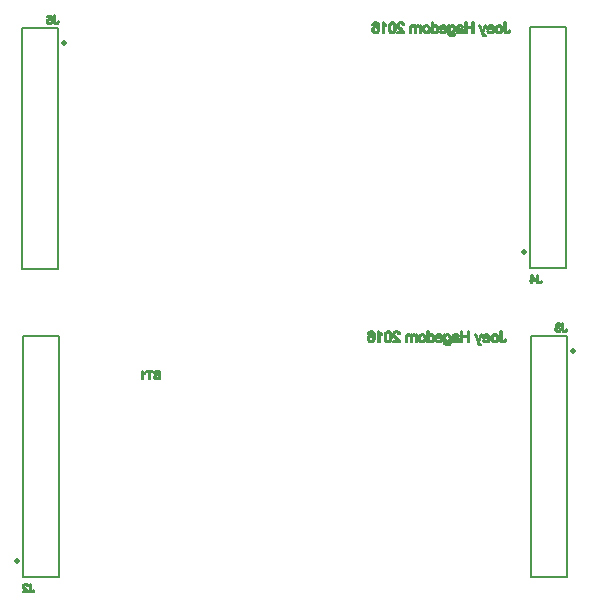
<source format=gbo>
%FSLAX33Y33*%
%MOMM*%
%ADD10C,0.2032*%
%ADD11C,0.15*%
%ADD12C,0.5*%
%ADD13C,0.5*%
D10*
%LNbottom silkscreen_traces*%
%LNbottom silkscreen component 54125db77599e596*%
G01*
X13321Y19001D02*
X13321Y19001D01*
X13291Y19003*
X13263Y19007*
X13238Y19012*
X13216Y19019*
X13195Y19027*
X13177Y19037*
X13160Y19048*
X13145Y19061*
X13132Y19076*
X13119Y19094*
X13108Y19114*
X13099Y19136*
X13092Y19159*
X13088Y19183*
X13087Y19208*
X13089Y19238*
X13095Y19266*
X13106Y19292*
X13122Y19316*
X13141Y19337*
X13164Y19355*
X13191Y19369*
X13221Y19380*
X13222Y19381*
X13198Y19395*
X13177Y19410*
X13160Y19427*
X13146Y19447*
X13135Y19467*
X13128Y19488*
X13123Y19510*
X13121Y19533*
X13123Y19557*
X13128Y19581*
X13137Y19604*
X13149Y19627*
X13165Y19648*
X13183Y19666*
X13203Y19681*
X13227Y19694*
X13254Y19703*
X13284Y19710*
X13319Y19714*
X13358Y19715*
X13626Y19715*
X13626Y19001*
X13354Y19001*
X13321Y19001*
X13532Y19415D02*
X13532Y19415D01*
X13377Y19415*
X13348Y19416*
X13323Y19417*
X13303Y19420*
X13287Y19423*
X13270Y19430*
X13255Y19438*
X13243Y19447*
X13232Y19459*
X13224Y19472*
X13219Y19487*
X13215Y19503*
X13214Y19521*
X13215Y19539*
X13218Y19555*
X13224Y19570*
X13231Y19584*
X13241Y19597*
X13252Y19607*
X13265Y19615*
X13280Y19621*
X13299Y19626*
X13323Y19629*
X13353Y19631*
X13389Y19631*
X13532Y19631*
X13532Y19415*
X13532Y19084D02*
X13532Y19084D01*
X13354Y19084*
X13333Y19085*
X13315Y19085*
X13300Y19086*
X13289Y19088*
X13274Y19091*
X13259Y19096*
X13246Y19101*
X13235Y19107*
X13224Y19115*
X13215Y19124*
X13206Y19135*
X13199Y19147*
X13192Y19161*
X13188Y19175*
X13185Y19191*
X13184Y19208*
X13186Y19227*
X13190Y19245*
X13196Y19262*
X13205Y19277*
X13216Y19291*
X13229Y19302*
X13245Y19312*
X13262Y19319*
X13282Y19324*
X13306Y19328*
X13334Y19330*
X13367Y19331*
X13532Y19331*
X13532Y19084*
X12679Y19632D02*
X12679Y19632D01*
X12679Y19632*
X12443Y19632*
X12443Y19715*
X13009Y19715*
X13009Y19632*
X12774Y19632*
X12773Y19632*
X12773Y19001*
X12679Y19001*
X12679Y19632*
X12050Y19718D02*
X12050Y19718D01*
X12106Y19718*
X12119Y19695*
X12119Y19695*
X12137Y19671*
X12137Y19671*
X12158Y19647*
X12158Y19647*
X12184Y19623*
X12184Y19623*
X12213Y19599*
X12213Y19599*
X12244Y19577*
X12244Y19577*
X12277Y19557*
X12277Y19557*
X12313Y19539*
X12313Y19455*
X12292Y19463*
X12270Y19473*
X12246Y19486*
X12221Y19500*
X12197Y19515*
X12174Y19530*
X12155Y19545*
X12138Y19561*
X12137Y19560*
X12137Y19001*
X12050Y19001*
X12050Y19718*
%LNbottom silkscreen component bca8d065b4743895*%
D11*
X5020Y2295D02*
X5020Y22705D01*
X1980Y22705*
X1980Y2295*
X5020Y2295*
D10*
X2721Y0970D02*
X2721Y0970D01*
X2693Y0975*
X2666Y0983*
X2642Y0994*
X2620Y1008*
X2601Y1026*
X2585Y1046*
X2573Y1069*
X2563Y1096*
X2557Y1128*
X2553Y1166*
X2551Y1208*
X2551Y1695*
X2645Y1695*
X2645Y1203*
X2645Y1203*
X2646Y1174*
X2646Y1174*
X2647Y1149*
X2647Y1149*
X2650Y1129*
X2650Y1129*
X2655Y1113*
X2655Y1113*
X2661Y1100*
X2661Y1099*
X2669Y1088*
X2669Y1088*
X2679Y1077*
X2679Y1077*
X2691Y1068*
X2691Y1068*
X2704Y1061*
X2704Y1061*
X2719Y1056*
X2719Y1056*
X2735Y1053*
X2735Y1053*
X2752Y1052*
X2752Y1052*
X2775Y1054*
X2775Y1054*
X2796Y1059*
X2796Y1059*
X2813Y1069*
X2813Y1069*
X2828Y1082*
X2828Y1082*
X2841Y1101*
X2841Y1101*
X2850Y1126*
X2850Y1126*
X2856Y1157*
X2856Y1157*
X2859Y1194*
X2944Y1183*
X2942Y1133*
X2933Y1090*
X2918Y1053*
X2896Y1022*
X2868Y0999*
X2835Y0982*
X2796Y0972*
X2752Y0968*
X2721Y0970*
X1970Y1064D02*
X1970Y1064D01*
X2321Y1064*
X2321Y1064*
X2313Y1077*
X2313Y1077*
X2305Y1089*
X2305Y1089*
X2295Y1101*
X2295Y1101*
X2284Y1112*
X2284Y1112*
X2269Y1127*
X2269Y1127*
X2247Y1147*
X2247Y1147*
X2218Y1172*
X2218Y1172*
X2182Y1203*
X2138Y1240*
X2101Y1274*
X2071Y1303*
X2047Y1328*
X2028Y1351*
X2012Y1373*
X1999Y1395*
X1989Y1416*
X1981Y1437*
X1976Y1458*
X1972Y1479*
X1971Y1500*
X1975Y1540*
X1986Y1577*
X2005Y1611*
X2031Y1641*
X2064Y1666*
X2102Y1684*
X2145Y1695*
X2194Y1698*
X2242Y1695*
X2285Y1685*
X2323Y1669*
X2356Y1645*
X2383Y1616*
X2404Y1581*
X2418Y1539*
X2426Y1492*
X2336Y1483*
X2334Y1514*
X2334Y1514*
X2326Y1543*
X2326Y1543*
X2314Y1567*
X2314Y1567*
X2298Y1588*
X2298Y1588*
X2277Y1605*
X2277Y1605*
X2253Y1617*
X2253Y1617*
X2226Y1624*
X2226Y1624*
X2196Y1627*
X2196Y1627*
X2167Y1624*
X2167Y1624*
X2141Y1618*
X2141Y1617*
X2118Y1606*
X2118Y1606*
X2098Y1590*
X2098Y1590*
X2082Y1571*
X2082Y1571*
X2070Y1550*
X2070Y1550*
X2063Y1527*
X2063Y1527*
X2060Y1502*
X2060Y1502*
X2063Y1477*
X2063Y1477*
X2071Y1450*
X2071Y1450*
X2084Y1424*
X2084Y1424*
X2102Y1396*
X2102Y1396*
X2127Y1365*
X2127Y1365*
X2162Y1330*
X2162Y1330*
X2206Y1290*
X2206Y1290*
X2259Y1244*
X2259Y1244*
X2295Y1214*
X2326Y1186*
X2352Y1160*
X2374Y1136*
X2393Y1112*
X2409Y1089*
X2422Y1065*
X2432Y1041*
X2437Y1026*
X2440Y1011*
X2442Y0996*
X2442Y0981*
X1970Y0981*
X1970Y1064*
D12*
X1480Y3610D03*
%LNbottom silkscreen component abbcac8aa2df2ad2*%
D11*
X47980Y28455D02*
X47980Y48865D01*
X44940Y48865*
X44940Y28455*
X47980Y28455*
D10*
X45681Y27120D02*
X45681Y27120D01*
X45653Y27125*
X45626Y27133*
X45602Y27144*
X45580Y27158*
X45561Y27176*
X45545Y27196*
X45533Y27219*
X45523Y27246*
X45517Y27278*
X45513Y27316*
X45511Y27358*
X45511Y27845*
X45605Y27845*
X45605Y27353*
X45605Y27353*
X45606Y27324*
X45606Y27324*
X45607Y27299*
X45607Y27299*
X45610Y27279*
X45610Y27279*
X45615Y27263*
X45615Y27263*
X45621Y27250*
X45621Y27249*
X45629Y27238*
X45629Y27238*
X45639Y27227*
X45639Y27227*
X45651Y27218*
X45651Y27218*
X45664Y27211*
X45664Y27211*
X45679Y27206*
X45679Y27206*
X45695Y27203*
X45695Y27203*
X45712Y27202*
X45712Y27202*
X45735Y27204*
X45735Y27204*
X45756Y27209*
X45756Y27209*
X45773Y27219*
X45773Y27219*
X45788Y27232*
X45788Y27232*
X45801Y27251*
X45801Y27251*
X45810Y27276*
X45810Y27276*
X45816Y27307*
X45816Y27307*
X45819Y27344*
X45904Y27333*
X45902Y27283*
X45893Y27240*
X45878Y27203*
X45856Y27172*
X45828Y27149*
X45795Y27132*
X45756Y27122*
X45712Y27118*
X45681Y27120*
X45022Y27302D02*
X45022Y27302D01*
X45022Y27302*
X44926Y27302*
X44926Y27381*
X45022Y27381*
X45022Y27382*
X45022Y27845*
X45093Y27845*
X45420Y27382*
X45420Y27302*
X45110Y27302*
X45109Y27302*
X45109Y27131*
X45022Y27131*
X45022Y27302*
X45110Y27703D02*
X45110Y27703D01*
X45333Y27382*
X45110Y27382*
X45110Y27703*
D12*
X44440Y29770D03*
%LNbottom silkscreen component c71e0ad25ac2378d*%
D11*
X1940Y48765D02*
X1940Y28355D01*
X4980Y28355*
X4980Y48765*
X1940Y48765*
D10*
X4781Y49080D02*
X4781Y49080D01*
X4753Y49085*
X4726Y49093*
X4702Y49104*
X4680Y49118*
X4661Y49136*
X4645Y49156*
X4633Y49179*
X4623Y49206*
X4617Y49238*
X4613Y49276*
X4611Y49318*
X4611Y49805*
X4705Y49805*
X4705Y49313*
X4705Y49313*
X4706Y49284*
X4706Y49284*
X4707Y49259*
X4707Y49259*
X4710Y49239*
X4710Y49239*
X4715Y49223*
X4715Y49223*
X4721Y49210*
X4721Y49209*
X4729Y49198*
X4729Y49198*
X4739Y49187*
X4739Y49187*
X4751Y49178*
X4751Y49178*
X4764Y49171*
X4764Y49171*
X4779Y49166*
X4779Y49166*
X4795Y49163*
X4795Y49163*
X4812Y49162*
X4812Y49162*
X4835Y49164*
X4835Y49164*
X4856Y49169*
X4856Y49169*
X4873Y49179*
X4873Y49179*
X4888Y49192*
X4888Y49192*
X4901Y49211*
X4901Y49211*
X4910Y49236*
X4910Y49236*
X4916Y49267*
X4916Y49267*
X4919Y49304*
X5004Y49293*
X5002Y49243*
X4993Y49200*
X4978Y49163*
X4956Y49132*
X4928Y49109*
X4895Y49092*
X4856Y49082*
X4812Y49078*
X4781Y49080*
X4205Y49084D02*
X4205Y49084D01*
X4155Y49100*
X4111Y49127*
X4074Y49165*
X4049Y49202*
X4032Y49242*
X4021Y49286*
X4017Y49333*
X4021Y49381*
X4034Y49425*
X4054Y49465*
X4082Y49499*
X4116Y49528*
X4153Y49548*
X4195Y49560*
X4240Y49564*
X4275Y49561*
X4309Y49553*
X4342Y49539*
X4375Y49519*
X4375Y49519*
X4337Y49712*
X4336Y49713*
X4051Y49713*
X4051Y49796*
X4406Y49796*
X4475Y49429*
X4394Y49418*
X4383Y49433*
X4383Y49433*
X4371Y49446*
X4371Y49446*
X4356Y49458*
X4356Y49458*
X4340Y49468*
X4340Y49468*
X4322Y49477*
X4322Y49477*
X4304Y49483*
X4304Y49483*
X4284Y49486*
X4284Y49486*
X4263Y49487*
X4263Y49487*
X4230Y49485*
X4230Y49485*
X4201Y49477*
X4201Y49477*
X4175Y49463*
X4175Y49463*
X4152Y49444*
X4152Y49444*
X4134Y49420*
X4134Y49420*
X4120Y49392*
X4120Y49392*
X4112Y49361*
X4112Y49361*
X4110Y49325*
X4110Y49325*
X4112Y49287*
X4112Y49287*
X4121Y49253*
X4121Y49253*
X4134Y49224*
X4135Y49224*
X4154Y49198*
X4154Y49198*
X4177Y49177*
X4177Y49177*
X4203Y49162*
X4203Y49162*
X4231Y49153*
X4231Y49153*
X4262Y49150*
X4262Y49150*
X4287Y49152*
X4287Y49152*
X4311Y49158*
X4311Y49158*
X4332Y49169*
X4332Y49169*
X4352Y49184*
X4352Y49184*
X4369Y49203*
X4369Y49203*
X4383Y49226*
X4383Y49226*
X4393Y49254*
X4393Y49254*
X4400Y49285*
X4491Y49277*
X4483Y49235*
X4469Y49196*
X4448Y49162*
X4421Y49133*
X4388Y49109*
X4350Y49092*
X4308Y49082*
X4262Y49078*
X4205Y49084*
D13*
X5480Y47450D03*
%LNbottom silkscreen component 12bee7e14ac3c08e*%
D11*
X44980Y22705D02*
X44980Y2295D01*
X48020Y2295*
X48020Y22705*
X44980Y22705*
D10*
X47821Y23020D02*
X47821Y23020D01*
X47793Y23025*
X47766Y23033*
X47742Y23044*
X47720Y23058*
X47701Y23076*
X47685Y23096*
X47673Y23119*
X47663Y23146*
X47657Y23178*
X47653Y23216*
X47651Y23258*
X47651Y23745*
X47745Y23745*
X47745Y23253*
X47745Y23253*
X47746Y23224*
X47746Y23224*
X47747Y23199*
X47747Y23199*
X47750Y23179*
X47750Y23179*
X47755Y23163*
X47755Y23163*
X47761Y23150*
X47761Y23149*
X47769Y23138*
X47769Y23138*
X47779Y23127*
X47779Y23127*
X47791Y23118*
X47791Y23118*
X47804Y23111*
X47804Y23111*
X47819Y23106*
X47819Y23106*
X47835Y23103*
X47835Y23103*
X47852Y23102*
X47852Y23102*
X47875Y23104*
X47875Y23104*
X47896Y23109*
X47896Y23109*
X47913Y23119*
X47913Y23119*
X47928Y23132*
X47928Y23132*
X47941Y23151*
X47941Y23151*
X47950Y23176*
X47950Y23176*
X47956Y23207*
X47956Y23207*
X47959Y23244*
X48044Y23233*
X48042Y23183*
X48033Y23140*
X48018Y23103*
X47996Y23072*
X47968Y23049*
X47935Y23032*
X47896Y23022*
X47852Y23018*
X47821Y23020*
X47254Y23022D02*
X47254Y23022D01*
X47208Y23034*
X47167Y23054*
X47131Y23083*
X47101Y23117*
X47080Y23155*
X47067Y23196*
X47063Y23241*
X47065Y23275*
X47072Y23305*
X47083Y23332*
X47098Y23357*
X47117Y23378*
X47140Y23395*
X47166Y23408*
X47197Y23417*
X47197Y23418*
X47173Y23430*
X47154Y23444*
X47137Y23461*
X47123Y23479*
X47112Y23498*
X47104Y23519*
X47100Y23540*
X47098Y23563*
X47100Y23587*
X47104Y23610*
X47113Y23633*
X47124Y23655*
X47139Y23675*
X47156Y23694*
X47176Y23709*
X47199Y23723*
X47224Y23734*
X47251Y23742*
X47278Y23747*
X47307Y23748*
X47348Y23745*
X47385Y23736*
X47418Y23721*
X47449Y23700*
X47475Y23673*
X47495Y23641*
X47511Y23605*
X47522Y23564*
X47435Y23548*
X47428Y23578*
X47428Y23578*
X47419Y23604*
X47419Y23604*
X47406Y23626*
X47406Y23626*
X47391Y23645*
X47391Y23645*
X47373Y23659*
X47373Y23659*
X47352Y23669*
X47352Y23669*
X47330Y23675*
X47330Y23675*
X47305Y23677*
X47305Y23677*
X47280Y23675*
X47280Y23675*
X47258Y23669*
X47258Y23669*
X47238Y23659*
X47238Y23659*
X47220Y23645*
X47220Y23645*
X47206Y23628*
X47206Y23628*
X47196Y23609*
X47196Y23609*
X47189Y23588*
X47189Y23588*
X47187Y23565*
X47187Y23565*
X47190Y23536*
X47190Y23536*
X47199Y23511*
X47199Y23511*
X47213Y23491*
X47213Y23491*
X47232Y23474*
X47232Y23474*
X47256Y23461*
X47256Y23461*
X47280Y23452*
X47280Y23452*
X47306Y23446*
X47306Y23446*
X47334Y23445*
X47334Y23445*
X47337Y23445*
X47337Y23445*
X47340Y23445*
X47340Y23445*
X47344Y23445*
X47344Y23445*
X47348Y23445*
X47357Y23370*
X47340Y23374*
X47340Y23374*
X47324Y23377*
X47324Y23377*
X47309Y23379*
X47309Y23379*
X47296Y23379*
X47296Y23379*
X47266Y23377*
X47266Y23377*
X47240Y23369*
X47240Y23369*
X47216Y23357*
X47216Y23357*
X47195Y23340*
X47195Y23340*
X47177Y23319*
X47177Y23319*
X47165Y23295*
X47165Y23295*
X47158Y23269*
X47158Y23268*
X47155Y23239*
X47155Y23239*
X47158Y23209*
X47158Y23209*
X47166Y23181*
X47166Y23181*
X47179Y23156*
X47179Y23155*
X47198Y23133*
X47198Y23133*
X47221Y23114*
X47221Y23114*
X47246Y23100*
X47246Y23100*
X47273Y23092*
X47273Y23092*
X47303Y23090*
X47303Y23090*
X47328Y23092*
X47328Y23092*
X47351Y23098*
X47352Y23098*
X47373Y23108*
X47373Y23108*
X47392Y23123*
X47392Y23123*
X47409Y23142*
X47409Y23142*
X47423Y23166*
X47423Y23166*
X47435Y23196*
X47435Y23196*
X47444Y23230*
X47530Y23219*
X47523Y23176*
X47508Y23138*
X47487Y23104*
X47460Y23074*
X47427Y23049*
X47390Y23032*
X47349Y23021*
X47304Y23018*
X47254Y23022*
D13*
X48520Y21390D03*
%LNtext*%
D10*
X42600Y22147D02*
X42600Y22147D01*
X42564Y22153*
X42530Y22163*
X42499Y22178*
X42471Y22196*
X42447Y22218*
X42427Y22244*
X42412Y22273*
X42400Y22308*
X42391Y22348*
X42386Y22396*
X42384Y22450*
X42384Y23069*
X42503Y23069*
X42503Y22443*
X42503Y22443*
X42504Y22406*
X42504Y22406*
X42506Y22375*
X42506Y22375*
X42510Y22349*
X42510Y22349*
X42516Y22329*
X42516Y22329*
X42523Y22312*
X42523Y22312*
X42533Y22297*
X42533Y22297*
X42546Y22284*
X42546Y22283*
X42561Y22272*
X42561Y22272*
X42579Y22263*
X42579Y22263*
X42597Y22256*
X42597Y22256*
X42618Y22253*
X42618Y22253*
X42640Y22251*
X42640Y22251*
X42669Y22254*
X42669Y22254*
X42695Y22261*
X42695Y22261*
X42717Y22273*
X42717Y22273*
X42736Y22290*
X42736Y22290*
X42752Y22313*
X42752Y22313*
X42763Y22345*
X42763Y22345*
X42771Y22385*
X42771Y22385*
X42775Y22432*
X42883Y22418*
X42880Y22354*
X42869Y22299*
X42850Y22252*
X42822Y22214*
X42787Y22184*
X42745Y22162*
X42695Y22149*
X42639Y22145*
X42600Y22147*
X41892Y22148D02*
X41892Y22148D01*
X41851Y22156*
X41812Y22168*
X41775Y22186*
X41741Y22208*
X41711Y22234*
X41686Y22264*
X41664Y22299*
X41648Y22339*
X41636Y22385*
X41629Y22438*
X41626Y22499*
X41632Y22573*
X41648Y22638*
X41675Y22695*
X41712Y22744*
X41758Y22783*
X41811Y22811*
X41869Y22827*
X41934Y22833*
X41993Y22828*
X42047Y22815*
X42096Y22792*
X42141Y22760*
X42185Y22710*
X42217Y22648*
X42236Y22575*
X42242Y22489*
X42237Y22411*
X42221Y22342*
X42194Y22283*
X42157Y22234*
X42111Y22195*
X42059Y22168*
X42000Y22151*
X41934Y22146*
X41892Y22148*
X42128Y22489D02*
X42128Y22489D01*
X42125Y22430*
X42114Y22379*
X42097Y22335*
X42073Y22300*
X42044Y22272*
X42011Y22253*
X41974Y22241*
X41934Y22237*
X41894Y22241*
X41858Y22253*
X41825Y22272*
X41796Y22300*
X41772Y22336*
X41754Y22380*
X41744Y22432*
X41740Y22493*
X41744Y22550*
X41754Y22600*
X41772Y22643*
X41796Y22678*
X41825Y22706*
X41858Y22725*
X41894Y22737*
X41934Y22741*
X41974Y22737*
X42011Y22725*
X42044Y22706*
X42073Y22678*
X42097Y22643*
X42114Y22600*
X42125Y22549*
X42128Y22489*
X41164Y22149D02*
X41164Y22149D01*
X41114Y22160*
X41070Y22177*
X41030Y22201*
X40996Y22232*
X40968Y22268*
X40946Y22310*
X40929Y22357*
X41044Y22372*
X41057Y22339*
X41057Y22339*
X41074Y22311*
X41074Y22311*
X41092Y22287*
X41092Y22287*
X41113Y22269*
X41113Y22269*
X41136Y22255*
X41136Y22255*
X41161Y22244*
X41161Y22244*
X41188Y22238*
X41188Y22238*
X41218Y22236*
X41218Y22236*
X41257Y22240*
X41257Y22240*
X41294Y22251*
X41294Y22251*
X41326Y22269*
X41326Y22269*
X41356Y22294*
X41356Y22294*
X41380Y22326*
X41380Y22326*
X41399Y22365*
X41399Y22365*
X41411Y22410*
X41411Y22410*
X41417Y22461*
X41417Y22461*
X40926Y22461*
X40926Y22470*
X40926Y22478*
X40926Y22485*
X40926Y22491*
X40931Y22567*
X40946Y22635*
X40973Y22694*
X41009Y22743*
X41054Y22782*
X41105Y22810*
X41162Y22827*
X41225Y22833*
X41289Y22827*
X41348Y22810*
X41400Y22781*
X41446Y22741*
X41484Y22691*
X41510Y22631*
X41526Y22562*
X41532Y22484*
X41526Y22408*
X41510Y22341*
X41484Y22283*
X41447Y22234*
X41401Y22196*
X41348Y22168*
X41287Y22151*
X41218Y22146*
X41164Y22149*
X41411Y22553D02*
X41411Y22553D01*
X41043Y22553*
X41048Y22591*
X41057Y22625*
X41069Y22654*
X41085Y22677*
X41114Y22705*
X41146Y22726*
X41183Y22738*
X41223Y22742*
X41260Y22738*
X41294Y22729*
X41325Y22713*
X41353Y22690*
X41376Y22662*
X41393Y22630*
X41405Y22593*
X41411Y22553*
X40696Y21895D02*
X40696Y21895D01*
X40672Y21900*
X40650Y21908*
X40630Y21919*
X40612Y21934*
X40594Y21952*
X40577Y21974*
X40562Y22000*
X40550Y22024*
X40535Y22057*
X40519Y22099*
X40499Y22149*
X40249Y22818*
X40360Y22818*
X40500Y22435*
X40513Y22398*
X40525Y22360*
X40536Y22323*
X40546Y22284*
X40547Y22284*
X40558Y22324*
X40570Y22363*
X40582Y22400*
X40595Y22437*
X40732Y22818*
X40851Y22818*
X40601Y22159*
X40601Y22159*
X40605Y22150*
X40607Y22143*
X40610Y22136*
X40611Y22131*
X40611Y22131*
X40622Y22101*
X40622Y22101*
X40632Y22077*
X40632Y22077*
X40639Y22060*
X40639Y22060*
X40646Y22048*
X40646Y22048*
X40653Y22038*
X40653Y22038*
X40662Y22028*
X40662Y22028*
X40672Y22020*
X40672Y22020*
X40682Y22013*
X40682Y22013*
X40694Y22008*
X40694Y22008*
X40708Y22004*
X40709Y22004*
X40724Y22002*
X40724Y22002*
X40742Y22001*
X40742Y22001*
X40756Y22001*
X40756Y22001*
X40772Y22003*
X40772Y22003*
X40788Y22006*
X40788Y22006*
X40805Y22011*
X40793Y21907*
X40774Y21901*
X40756Y21897*
X40738Y21894*
X40722Y21893*
X40696Y21895*
X39070Y23069D02*
X39070Y23069D01*
X39189Y23069*
X39189Y22696*
X39190Y22695*
X39663Y22695*
X39663Y22696*
X39663Y23069*
X39782Y23069*
X39782Y22161*
X39663Y22161*
X39663Y22589*
X39663Y22589*
X39190Y22589*
X39189Y22589*
X39189Y22161*
X39070Y22161*
X39070Y23069*
X38664Y22147D02*
X38664Y22147D01*
X38633Y22151*
X38603Y22158*
X38573Y22167*
X38544Y22180*
X38515Y22197*
X38485Y22217*
X38454Y22242*
X38453Y22242*
X38450Y22219*
X38445Y22198*
X38439Y22178*
X38431Y22161*
X38316Y22161*
X38325Y22179*
X38325Y22179*
X38333Y22198*
X38333Y22199*
X38339Y22219*
X38339Y22219*
X38344Y22239*
X38344Y22239*
X38347Y22267*
X38347Y22267*
X38349Y22309*
X38349Y22309*
X38350Y22365*
X38350Y22365*
X38351Y22436*
X38351Y22436*
X38351Y22585*
X38351Y22619*
X38352Y22648*
X38354Y22671*
X38356Y22688*
X38362Y22710*
X38370Y22729*
X38380Y22747*
X38391Y22763*
X38405Y22778*
X38423Y22791*
X38444Y22803*
X38468Y22813*
X38497Y22822*
X38529Y22828*
X38565Y22832*
X38605Y22833*
X38646Y22831*
X38685Y22827*
X38721Y22820*
X38754Y22810*
X38785Y22797*
X38811Y22782*
X38834Y22764*
X38853Y22744*
X38869Y22720*
X38882Y22694*
X38893Y22664*
X38902Y22631*
X38793Y22616*
X38783Y22648*
X38783Y22648*
X38771Y22675*
X38771Y22676*
X38755Y22697*
X38755Y22697*
X38738Y22714*
X38738Y22714*
X38716Y22726*
X38716Y22726*
X38690Y22735*
X38690Y22735*
X38658Y22740*
X38658Y22740*
X38621Y22742*
X38621Y22742*
X38582Y22739*
X38582Y22739*
X38547Y22732*
X38547Y22732*
X38518Y22720*
X38518Y22720*
X38494Y22704*
X38494Y22704*
X38480Y22687*
X38480Y22687*
X38470Y22665*
X38470Y22665*
X38464Y22639*
X38464Y22639*
X38462Y22607*
X38462Y22607*
X38462Y22603*
X38462Y22603*
X38462Y22597*
X38462Y22597*
X38462Y22588*
X38462Y22588*
X38463Y22578*
X38463Y22578*
X38499Y22567*
X38499Y22567*
X38545Y22557*
X38545Y22557*
X38599Y22547*
X38599Y22547*
X38662Y22539*
X38662Y22539*
X38693Y22535*
X38720Y22531*
X38743Y22527*
X38761Y22522*
X38783Y22515*
X38804Y22507*
X38823Y22497*
X38841Y22486*
X38858Y22473*
X38874Y22458*
X38887Y22441*
X38899Y22422*
X38909Y22401*
X38915Y22380*
X38920Y22357*
X38921Y22334*
X38917Y22294*
X38906Y22259*
X38888Y22227*
X38863Y22199*
X38831Y22175*
X38792Y22159*
X38747Y22149*
X38696Y22146*
X38664Y22147*
X38463Y22491D02*
X38463Y22491D01*
X38497Y22479*
X38539Y22468*
X38588Y22458*
X38645Y22448*
X38677Y22443*
X38704Y22438*
X38726Y22432*
X38743Y22426*
X38756Y22419*
X38768Y22411*
X38778Y22401*
X38787Y22390*
X38794Y22377*
X38798Y22365*
X38801Y22351*
X38802Y22337*
X38800Y22315*
X38794Y22296*
X38783Y22278*
X38769Y22262*
X38750Y22249*
X38727Y22240*
X38700Y22234*
X38670Y22233*
X38638Y22234*
X38609Y22240*
X38581Y22248*
X38555Y22261*
X38531Y22276*
X38511Y22294*
X38495Y22315*
X38481Y22338*
X38473Y22359*
X38468Y22385*
X38464Y22415*
X38463Y22450*
X38463Y22491*
X37890Y21896D02*
X37890Y21896D01*
X37846Y21903*
X37806Y21914*
X37770Y21930*
X37739Y21951*
X37712Y21974*
X37689Y22001*
X37671Y22032*
X37658Y22069*
X37648Y22118*
X37642Y22178*
X37640Y22249*
X37640Y22818*
X37742Y22818*
X37742Y22739*
X37743Y22739*
X37783Y22780*
X37829Y22809*
X37879Y22827*
X37935Y22833*
X37977Y22830*
X38016Y22822*
X38053Y22809*
X38087Y22790*
X38117Y22766*
X38144Y22737*
X38167Y22704*
X38185Y22667*
X38200Y22626*
X38211Y22584*
X38217Y22539*
X38220Y22493*
X38215Y22427*
X38201Y22366*
X38178Y22310*
X38145Y22258*
X38104Y22216*
X38056Y22185*
X37999Y22167*
X37935Y22161*
X37883Y22166*
X37835Y22182*
X37792Y22209*
X37753Y22247*
X37753Y22247*
X37753Y22196*
X37753Y22196*
X37754Y22156*
X37754Y22156*
X37757Y22125*
X37757Y22125*
X37761Y22103*
X37761Y22103*
X37770Y22076*
X37770Y22076*
X37782Y22053*
X37782Y22053*
X37798Y22033*
X37798Y22033*
X37818Y22016*
X37818Y22016*
X37841Y22002*
X37841Y22002*
X37869Y21992*
X37869Y21992*
X37901Y21987*
X37901Y21987*
X37938Y21985*
X37938Y21985*
X37972Y21987*
X37972Y21987*
X38002Y21992*
X38002Y21992*
X38029Y22002*
X38029Y22002*
X38052Y22016*
X38052Y22016*
X38066Y22029*
X38066Y22029*
X38077Y22046*
X38077Y22046*
X38085Y22066*
X38085Y22066*
X38090Y22089*
X38197Y22105*
X38194Y22056*
X38181Y22012*
X38159Y21976*
X38127Y21946*
X38088Y21923*
X38044Y21906*
X37993Y21897*
X37937Y21893*
X37890Y21896*
X38105Y22501D02*
X38105Y22501D01*
X38102Y22441*
X38092Y22389*
X38076Y22346*
X38054Y22312*
X38026Y22286*
X37996Y22267*
X37962Y22256*
X37925Y22252*
X37888Y22256*
X37854Y22267*
X37823Y22286*
X37796Y22312*
X37773Y22345*
X37757Y22388*
X37747Y22438*
X37744Y22497*
X37747Y22554*
X37757Y22603*
X37774Y22645*
X37797Y22680*
X37826Y22707*
X37857Y22726*
X37890Y22737*
X37927Y22741*
X37963Y22737*
X37996Y22726*
X38026Y22707*
X38053Y22681*
X38076Y22647*
X38092Y22605*
X38102Y22557*
X38105Y22501*
X37140Y22149D02*
X37140Y22149D01*
X37090Y22160*
X37046Y22177*
X37006Y22201*
X36972Y22232*
X36944Y22268*
X36922Y22310*
X36905Y22357*
X37020Y22372*
X37033Y22339*
X37033Y22339*
X37050Y22311*
X37050Y22311*
X37068Y22287*
X37068Y22287*
X37089Y22269*
X37089Y22269*
X37112Y22255*
X37112Y22255*
X37137Y22244*
X37137Y22244*
X37164Y22238*
X37164Y22238*
X37194Y22236*
X37194Y22236*
X37233Y22240*
X37233Y22240*
X37270Y22251*
X37270Y22251*
X37302Y22269*
X37302Y22269*
X37332Y22294*
X37332Y22294*
X37356Y22326*
X37356Y22326*
X37375Y22365*
X37375Y22365*
X37387Y22410*
X37387Y22410*
X37393Y22461*
X37393Y22461*
X36902Y22461*
X36902Y22470*
X36902Y22478*
X36902Y22485*
X36902Y22491*
X36907Y22567*
X36922Y22635*
X36949Y22694*
X36985Y22743*
X37030Y22782*
X37081Y22810*
X37138Y22827*
X37201Y22833*
X37265Y22827*
X37324Y22810*
X37376Y22781*
X37422Y22741*
X37460Y22691*
X37486Y22631*
X37502Y22562*
X37508Y22484*
X37502Y22408*
X37486Y22341*
X37460Y22283*
X37423Y22234*
X37377Y22196*
X37324Y22168*
X37263Y22151*
X37194Y22146*
X37140Y22149*
X37387Y22553D02*
X37387Y22553D01*
X37019Y22553*
X37024Y22591*
X37033Y22625*
X37045Y22654*
X37061Y22677*
X37090Y22705*
X37122Y22726*
X37159Y22738*
X37199Y22742*
X37236Y22738*
X37270Y22729*
X37301Y22713*
X37329Y22690*
X37352Y22662*
X37369Y22630*
X37381Y22593*
X37387Y22553*
X36465Y22152D02*
X36465Y22152D01*
X36415Y22170*
X36373Y22201*
X36337Y22244*
X36337Y22243*
X36337Y22161*
X36234Y22161*
X36234Y23069*
X36344Y23069*
X36344Y22743*
X36345Y22742*
X36361Y22762*
X36379Y22779*
X36399Y22794*
X36421Y22808*
X36445Y22819*
X36470Y22827*
X36498Y22831*
X36526Y22833*
X36566Y22830*
X36604Y22822*
X36639Y22809*
X36673Y22790*
X36704Y22767*
X36731Y22738*
X36753Y22705*
X36772Y22667*
X36786Y22626*
X36796Y22583*
X36802Y22537*
X36804Y22489*
X36802Y22440*
X36795Y22393*
X36784Y22350*
X36768Y22310*
X36748Y22273*
X36725Y22241*
X36697Y22213*
X36666Y22189*
X36632Y22170*
X36597Y22156*
X36560Y22148*
X36522Y22146*
X36465Y22152*
X36690Y22489D02*
X36690Y22489D01*
X36687Y22429*
X36677Y22378*
X36660Y22335*
X36637Y22300*
X36609Y22272*
X36579Y22253*
X36546Y22241*
X36511Y22237*
X36476Y22241*
X36443Y22252*
X36414Y22271*
X36387Y22297*
X36364Y22331*
X36348Y22372*
X36339Y22422*
X36335Y22479*
X36339Y22542*
X36348Y22597*
X36365Y22642*
X36388Y22678*
X36415Y22705*
X36446Y22725*
X36479Y22737*
X36516Y22741*
X36552Y22737*
X36584Y22726*
X36614Y22707*
X36640Y22680*
X36662Y22646*
X36678Y22602*
X36687Y22550*
X36690Y22489*
X35749Y22148D02*
X35749Y22148D01*
X35708Y22156*
X35669Y22168*
X35632Y22186*
X35598Y22208*
X35568Y22234*
X35543Y22264*
X35521Y22299*
X35505Y22339*
X35493Y22385*
X35486Y22438*
X35483Y22499*
X35489Y22573*
X35505Y22638*
X35532Y22695*
X35569Y22744*
X35615Y22783*
X35668Y22811*
X35726Y22827*
X35791Y22833*
X35850Y22828*
X35904Y22815*
X35953Y22792*
X35998Y22760*
X36042Y22710*
X36074Y22648*
X36093Y22575*
X36099Y22489*
X36094Y22411*
X36078Y22342*
X36051Y22283*
X36014Y22234*
X35968Y22195*
X35916Y22168*
X35857Y22151*
X35791Y22146*
X35749Y22148*
X35985Y22489D02*
X35985Y22489D01*
X35982Y22430*
X35971Y22379*
X35954Y22335*
X35930Y22300*
X35901Y22272*
X35868Y22253*
X35831Y22241*
X35791Y22237*
X35751Y22241*
X35715Y22253*
X35682Y22272*
X35653Y22300*
X35629Y22336*
X35611Y22380*
X35601Y22432*
X35598Y22493*
X35601Y22550*
X35611Y22600*
X35629Y22643*
X35653Y22678*
X35682Y22706*
X35715Y22725*
X35751Y22737*
X35791Y22741*
X35831Y22737*
X35868Y22725*
X35901Y22706*
X35930Y22678*
X35954Y22643*
X35971Y22600*
X35982Y22549*
X35985Y22489*
X35242Y22505D02*
X35242Y22505D01*
X35242Y22505*
X35241Y22539*
X35241Y22539*
X35237Y22573*
X35237Y22573*
X35232Y22605*
X35232Y22605*
X35223Y22635*
X35223Y22635*
X35216Y22654*
X35216Y22654*
X35207Y22670*
X35207Y22670*
X35195Y22684*
X35195Y22684*
X35182Y22696*
X35182Y22697*
X35167Y22706*
X35167Y22706*
X35151Y22713*
X35151Y22713*
X35134Y22717*
X35134Y22717*
X35116Y22719*
X35116Y22719*
X35095Y22717*
X35095Y22717*
X35075Y22713*
X35075Y22713*
X35054Y22705*
X35054Y22705*
X35034Y22695*
X34996Y22797*
X35025Y22813*
X35053Y22824*
X35082Y22831*
X35110Y22833*
X35129Y22832*
X35147Y22827*
X35165Y22820*
X35181Y22811*
X35198Y22797*
X35215Y22777*
X35233Y22751*
X35252Y22718*
X35253Y22718*
X35253Y22818*
X35353Y22818*
X35353Y22161*
X35242Y22161*
X35242Y22505*
X34818Y22520D02*
X34818Y22520D01*
X34818Y22520*
X34815Y22578*
X34815Y22578*
X34805Y22626*
X34805Y22626*
X34789Y22664*
X34789Y22664*
X34766Y22692*
X34766Y22692*
X34739Y22712*
X34739Y22712*
X34709Y22726*
X34709Y22726*
X34677Y22734*
X34677Y22734*
X34643Y22737*
X34643Y22737*
X34621Y22736*
X34621Y22736*
X34601Y22732*
X34601Y22732*
X34582Y22726*
X34582Y22726*
X34564Y22717*
X34564Y22717*
X34549Y22706*
X34549Y22706*
X34536Y22693*
X34536Y22693*
X34526Y22679*
X34526Y22679*
X34518Y22663*
X34518Y22663*
X34512Y22644*
X34512Y22644*
X34508Y22620*
X34508Y22620*
X34506Y22593*
X34506Y22593*
X34505Y22561*
X34505Y22561*
X34505Y22161*
X34394Y22161*
X34394Y22565*
X34395Y22601*
X34396Y22631*
X34398Y22655*
X34401Y22673*
X34406Y22696*
X34414Y22718*
X34424Y22738*
X34435Y22756*
X34449Y22772*
X34466Y22787*
X34486Y22800*
X34510Y22812*
X34535Y22821*
X34562Y22828*
X34590Y22832*
X34619Y22833*
X34683Y22826*
X34740Y22806*
X34788Y22772*
X34828Y22724*
X34829Y22725*
X34829Y22818*
X34929Y22818*
X34929Y22161*
X34818Y22161*
X34818Y22520*
X33315Y22267D02*
X33315Y22267D01*
X33760Y22267*
X33761Y22267*
X33751Y22283*
X33751Y22283*
X33739Y22298*
X33739Y22298*
X33727Y22313*
X33727Y22313*
X33713Y22328*
X33713Y22328*
X33695Y22347*
X33695Y22347*
X33667Y22372*
X33667Y22372*
X33630Y22404*
X33630Y22404*
X33584Y22443*
X33528Y22491*
X33481Y22533*
X33442Y22571*
X33412Y22602*
X33388Y22631*
X33368Y22659*
X33351Y22687*
X33338Y22713*
X33329Y22740*
X33322Y22766*
X33317Y22793*
X33316Y22820*
X33321Y22872*
X33335Y22919*
X33359Y22962*
X33392Y23000*
X33434Y23032*
X33482Y23054*
X33537Y23068*
X33599Y23072*
X33660Y23068*
X33715Y23056*
X33763Y23035*
X33805Y23005*
X33839Y22968*
X33866Y22923*
X33884Y22870*
X33893Y22810*
X33780Y22799*
X33777Y22839*
X33777Y22839*
X33767Y22875*
X33767Y22875*
X33752Y22906*
X33752Y22906*
X33731Y22932*
X33731Y22932*
X33704Y22954*
X33704Y22954*
X33674Y22969*
X33674Y22969*
X33640Y22978*
X33640Y22978*
X33601Y22981*
X33601Y22981*
X33565Y22978*
X33565Y22978*
X33532Y22970*
X33532Y22969*
X33503Y22955*
X33503Y22955*
X33477Y22935*
X33477Y22935*
X33457Y22911*
X33456Y22911*
X33442Y22884*
X33442Y22884*
X33433Y22855*
X33433Y22855*
X33430Y22823*
X33430Y22823*
X33433Y22791*
X33433Y22791*
X33443Y22758*
X33443Y22758*
X33459Y22723*
X33459Y22723*
X33482Y22688*
X33482Y22688*
X33514Y22650*
X33514Y22650*
X33558Y22605*
X33558Y22605*
X33614Y22553*
X33614Y22553*
X33682Y22496*
X33682Y22496*
X33727Y22458*
X33767Y22422*
X33800Y22389*
X33828Y22358*
X33852Y22328*
X33872Y22298*
X33888Y22268*
X33902Y22237*
X33908Y22219*
X33912Y22199*
X33914Y22180*
X33915Y22161*
X33315Y22161*
X33315Y22267*
X32850Y22148D02*
X32850Y22148D01*
X32807Y22158*
X32768Y22175*
X32733Y22199*
X32703Y22228*
X32676Y22263*
X32654Y22304*
X32635Y22350*
X32621Y22403*
X32610Y22464*
X32604Y22532*
X32602Y22608*
X32604Y22672*
X32607Y22730*
X32614Y22780*
X32623Y22823*
X32634Y22861*
X32647Y22897*
X32662Y22929*
X32679Y22958*
X32698Y22984*
X32720Y23007*
X32744Y23027*
X32770Y23043*
X32799Y23056*
X32830Y23065*
X32863Y23070*
X32898Y23072*
X32946Y23069*
X32989Y23059*
X33028Y23042*
X33062Y23019*
X33093Y22990*
X33120Y22955*
X33142Y22914*
X33161Y22868*
X33175Y22815*
X33186Y22754*
X33192Y22685*
X33194Y22608*
X33188Y22489*
X33172Y22388*
X33144Y22305*
X33104Y22239*
X33063Y22198*
X33015Y22169*
X32960Y22151*
X32898Y22145*
X32850Y22148*
X33080Y22608D02*
X33080Y22608D01*
X33077Y22506*
X33067Y22422*
X33050Y22357*
X33027Y22310*
X33000Y22278*
X32969Y22255*
X32935Y22241*
X32898Y22236*
X32861Y22241*
X32827Y22255*
X32797Y22278*
X32769Y22311*
X32746Y22357*
X32730Y22422*
X32720Y22506*
X32716Y22608*
X32720Y22711*
X32730Y22795*
X32746Y22860*
X32769Y22907*
X32797Y22939*
X32828Y22962*
X32862Y22976*
X32899Y22980*
X32936Y22976*
X32969Y22964*
X32997Y22944*
X33022Y22915*
X33047Y22865*
X33065Y22797*
X33076Y22711*
X33080Y22608*
X32068Y23072D02*
X32068Y23072D01*
X32139Y23072*
X32156Y23043*
X32156Y23043*
X32179Y23013*
X32179Y23013*
X32206Y22982*
X32206Y22982*
X32239Y22951*
X32239Y22951*
X32275Y22921*
X32275Y22921*
X32315Y22893*
X32315Y22893*
X32357Y22867*
X32357Y22867*
X32402Y22844*
X32402Y22737*
X32376Y22748*
X32347Y22761*
X32317Y22777*
X32285Y22795*
X32254Y22814*
X32226Y22833*
X32201Y22852*
X32180Y22872*
X32179Y22872*
X32179Y22161*
X32068Y22161*
X32068Y23072*
X31431Y22147D02*
X31431Y22147D01*
X31394Y22155*
X31358Y22167*
X31325Y22184*
X31295Y22206*
X31268Y22232*
X31244Y22262*
X31224Y22296*
X31208Y22334*
X31196Y22373*
X31189Y22413*
X31187Y22455*
X31192Y22517*
X31207Y22573*
X31231Y22623*
X31265Y22667*
X31307Y22703*
X31352Y22729*
X31401Y22744*
X31455Y22749*
X31487Y22747*
X31517Y22742*
X31548Y22733*
X31577Y22720*
X31605Y22703*
X31631Y22682*
X31654Y22657*
X31676Y22628*
X31676Y22628*
X31674Y22693*
X31674Y22693*
X31668Y22750*
X31668Y22750*
X31658Y22798*
X31658Y22798*
X31645Y22839*
X31645Y22839*
X31628Y22874*
X31628Y22874*
X31609Y22904*
X31609Y22904*
X31586Y22930*
X31586Y22930*
X31561Y22952*
X31561Y22952*
X31540Y22965*
X31540Y22965*
X31518Y22974*
X31518Y22974*
X31493Y22980*
X31493Y22980*
X31468Y22982*
X31467Y22982*
X31436Y22979*
X31436Y22979*
X31406Y22970*
X31406Y22970*
X31380Y22955*
X31380Y22955*
X31356Y22934*
X31356Y22934*
X31343Y22916*
X31343Y22916*
X31331Y22895*
X31331Y22895*
X31321Y22869*
X31321Y22869*
X31313Y22838*
X31203Y22847*
X31213Y22896*
X31231Y22941*
X31254Y22979*
X31285Y23012*
X31322Y23039*
X31363Y23057*
X31410Y23069*
X31461Y23072*
X31529Y23066*
X31590Y23046*
X31643Y23014*
X31689Y22968*
X31732Y22900*
X31762Y22813*
X31780Y22708*
X31786Y22585*
X31781Y22476*
X31764Y22383*
X31737Y22307*
X31698Y22247*
X31651Y22203*
X31598Y22171*
X31538Y22151*
X31471Y22145*
X31431Y22147*
X31659Y22455D02*
X31659Y22455D01*
X31657Y22426*
X31652Y22398*
X31645Y22371*
X31634Y22344*
X31621Y22319*
X31605Y22298*
X31586Y22279*
X31566Y22264*
X31543Y22252*
X31520Y22243*
X31497Y22238*
X31473Y22236*
X31439Y22240*
X31407Y22251*
X31378Y22268*
X31352Y22293*
X31329Y22324*
X31313Y22361*
X31304Y22402*
X31301Y22448*
X31304Y22493*
X31313Y22533*
X31329Y22567*
X31351Y22597*
X31378Y22621*
X31408Y22638*
X31441Y22648*
X31477Y22651*
X31514Y22648*
X31547Y22638*
X31578Y22621*
X31606Y22597*
X31629Y22568*
X31645Y22534*
X31655Y22496*
X31659Y22455*
X42960Y48307D02*
X42960Y48307D01*
X42924Y48313*
X42890Y48323*
X42859Y48338*
X42831Y48356*
X42807Y48378*
X42787Y48404*
X42772Y48433*
X42760Y48468*
X42751Y48508*
X42746Y48556*
X42744Y48610*
X42744Y49229*
X42863Y49229*
X42863Y48603*
X42863Y48603*
X42864Y48566*
X42864Y48566*
X42866Y48535*
X42866Y48535*
X42870Y48509*
X42870Y48509*
X42876Y48489*
X42876Y48489*
X42883Y48472*
X42883Y48472*
X42893Y48457*
X42893Y48457*
X42906Y48444*
X42906Y48443*
X42921Y48432*
X42921Y48432*
X42939Y48423*
X42939Y48423*
X42957Y48416*
X42957Y48416*
X42978Y48413*
X42978Y48413*
X43000Y48411*
X43000Y48411*
X43029Y48414*
X43029Y48414*
X43055Y48421*
X43055Y48421*
X43077Y48433*
X43077Y48433*
X43096Y48450*
X43096Y48450*
X43112Y48473*
X43112Y48473*
X43123Y48505*
X43123Y48505*
X43131Y48545*
X43131Y48545*
X43135Y48592*
X43243Y48578*
X43240Y48514*
X43229Y48459*
X43210Y48412*
X43182Y48374*
X43147Y48344*
X43105Y48322*
X43055Y48309*
X42999Y48305*
X42960Y48307*
X42252Y48308D02*
X42252Y48308D01*
X42211Y48316*
X42172Y48328*
X42135Y48346*
X42101Y48368*
X42071Y48394*
X42046Y48424*
X42024Y48459*
X42008Y48499*
X41996Y48545*
X41989Y48598*
X41986Y48659*
X41992Y48733*
X42008Y48798*
X42035Y48855*
X42072Y48904*
X42118Y48943*
X42171Y48971*
X42229Y48987*
X42294Y48993*
X42353Y48988*
X42407Y48975*
X42456Y48952*
X42501Y48920*
X42545Y48870*
X42577Y48808*
X42596Y48735*
X42602Y48649*
X42597Y48571*
X42581Y48502*
X42554Y48443*
X42517Y48394*
X42471Y48355*
X42419Y48328*
X42360Y48311*
X42294Y48306*
X42252Y48308*
X42488Y48649D02*
X42488Y48649D01*
X42485Y48590*
X42474Y48539*
X42457Y48495*
X42433Y48460*
X42404Y48432*
X42371Y48413*
X42334Y48401*
X42294Y48397*
X42254Y48401*
X42218Y48413*
X42185Y48432*
X42156Y48460*
X42132Y48496*
X42114Y48540*
X42104Y48592*
X42100Y48653*
X42104Y48710*
X42114Y48760*
X42132Y48803*
X42156Y48838*
X42185Y48866*
X42218Y48885*
X42254Y48897*
X42294Y48901*
X42334Y48897*
X42371Y48885*
X42404Y48866*
X42433Y48838*
X42457Y48803*
X42474Y48760*
X42485Y48709*
X42488Y48649*
X41524Y48309D02*
X41524Y48309D01*
X41474Y48320*
X41430Y48337*
X41390Y48361*
X41356Y48392*
X41328Y48428*
X41306Y48470*
X41289Y48517*
X41404Y48532*
X41417Y48499*
X41417Y48499*
X41434Y48471*
X41434Y48471*
X41452Y48447*
X41452Y48447*
X41473Y48429*
X41473Y48429*
X41496Y48415*
X41496Y48415*
X41521Y48404*
X41521Y48404*
X41548Y48398*
X41548Y48398*
X41578Y48396*
X41578Y48396*
X41617Y48400*
X41617Y48400*
X41654Y48411*
X41654Y48411*
X41686Y48429*
X41686Y48429*
X41716Y48454*
X41716Y48454*
X41740Y48486*
X41740Y48486*
X41759Y48525*
X41759Y48525*
X41771Y48570*
X41771Y48570*
X41777Y48621*
X41777Y48621*
X41286Y48621*
X41286Y48630*
X41286Y48638*
X41286Y48645*
X41286Y48651*
X41291Y48727*
X41306Y48795*
X41333Y48854*
X41369Y48903*
X41414Y48942*
X41465Y48970*
X41522Y48987*
X41585Y48993*
X41649Y48987*
X41708Y48970*
X41760Y48941*
X41806Y48901*
X41844Y48851*
X41870Y48791*
X41886Y48722*
X41892Y48644*
X41886Y48568*
X41870Y48501*
X41844Y48443*
X41807Y48394*
X41761Y48356*
X41708Y48328*
X41647Y48311*
X41578Y48306*
X41524Y48309*
X41771Y48713D02*
X41771Y48713D01*
X41403Y48713*
X41408Y48751*
X41417Y48785*
X41429Y48814*
X41445Y48837*
X41474Y48865*
X41506Y48886*
X41543Y48898*
X41583Y48902*
X41620Y48898*
X41654Y48889*
X41685Y48873*
X41713Y48850*
X41736Y48822*
X41753Y48790*
X41765Y48753*
X41771Y48713*
X41056Y48055D02*
X41056Y48055D01*
X41032Y48060*
X41010Y48068*
X40990Y48079*
X40972Y48094*
X40954Y48112*
X40937Y48134*
X40922Y48160*
X40910Y48184*
X40895Y48217*
X40879Y48259*
X40859Y48309*
X40609Y48978*
X40720Y48978*
X40860Y48595*
X40873Y48558*
X40885Y48520*
X40896Y48483*
X40906Y48444*
X40907Y48444*
X40918Y48484*
X40930Y48523*
X40942Y48560*
X40955Y48597*
X41092Y48978*
X41211Y48978*
X40961Y48319*
X40961Y48319*
X40965Y48310*
X40967Y48303*
X40970Y48296*
X40971Y48291*
X40971Y48291*
X40982Y48261*
X40982Y48261*
X40992Y48237*
X40992Y48237*
X40999Y48220*
X40999Y48220*
X41006Y48208*
X41006Y48208*
X41013Y48198*
X41013Y48198*
X41022Y48188*
X41022Y48188*
X41032Y48180*
X41032Y48180*
X41042Y48173*
X41042Y48173*
X41054Y48168*
X41054Y48168*
X41068Y48164*
X41069Y48164*
X41084Y48162*
X41084Y48162*
X41102Y48161*
X41102Y48161*
X41116Y48161*
X41116Y48161*
X41132Y48163*
X41132Y48163*
X41148Y48166*
X41148Y48166*
X41165Y48171*
X41153Y48067*
X41134Y48061*
X41116Y48057*
X41098Y48054*
X41082Y48053*
X41056Y48055*
X39430Y49229D02*
X39430Y49229D01*
X39549Y49229*
X39549Y48856*
X39550Y48855*
X40023Y48855*
X40023Y48856*
X40023Y49229*
X40142Y49229*
X40142Y48321*
X40023Y48321*
X40023Y48749*
X40023Y48749*
X39550Y48749*
X39549Y48749*
X39549Y48321*
X39430Y48321*
X39430Y49229*
X39024Y48307D02*
X39024Y48307D01*
X38993Y48311*
X38963Y48318*
X38933Y48327*
X38904Y48340*
X38875Y48357*
X38845Y48377*
X38814Y48402*
X38813Y48402*
X38810Y48379*
X38805Y48358*
X38799Y48338*
X38791Y48321*
X38676Y48321*
X38685Y48339*
X38685Y48339*
X38693Y48358*
X38693Y48359*
X38699Y48379*
X38699Y48379*
X38704Y48399*
X38704Y48399*
X38707Y48427*
X38707Y48427*
X38709Y48469*
X38709Y48469*
X38710Y48525*
X38710Y48525*
X38711Y48596*
X38711Y48596*
X38711Y48745*
X38711Y48779*
X38712Y48808*
X38714Y48831*
X38716Y48848*
X38722Y48870*
X38730Y48889*
X38740Y48907*
X38751Y48923*
X38765Y48938*
X38783Y48951*
X38804Y48963*
X38828Y48973*
X38857Y48982*
X38889Y48988*
X38925Y48992*
X38965Y48993*
X39006Y48991*
X39045Y48987*
X39081Y48980*
X39114Y48970*
X39145Y48957*
X39171Y48942*
X39194Y48924*
X39213Y48904*
X39229Y48880*
X39242Y48854*
X39253Y48824*
X39262Y48791*
X39153Y48776*
X39143Y48808*
X39143Y48808*
X39131Y48835*
X39131Y48836*
X39115Y48857*
X39115Y48857*
X39098Y48874*
X39098Y48874*
X39076Y48886*
X39076Y48886*
X39050Y48895*
X39050Y48895*
X39018Y48900*
X39018Y48900*
X38981Y48902*
X38981Y48902*
X38942Y48899*
X38942Y48899*
X38907Y48892*
X38907Y48892*
X38878Y48880*
X38878Y48880*
X38854Y48864*
X38854Y48864*
X38840Y48847*
X38840Y48847*
X38830Y48825*
X38830Y48825*
X38824Y48799*
X38824Y48799*
X38822Y48767*
X38822Y48767*
X38822Y48763*
X38822Y48763*
X38822Y48757*
X38822Y48757*
X38822Y48748*
X38822Y48748*
X38823Y48738*
X38823Y48738*
X38859Y48727*
X38859Y48727*
X38905Y48717*
X38905Y48717*
X38959Y48707*
X38959Y48707*
X39022Y48699*
X39022Y48699*
X39053Y48695*
X39080Y48691*
X39103Y48687*
X39121Y48682*
X39143Y48675*
X39164Y48667*
X39183Y48657*
X39201Y48646*
X39218Y48633*
X39234Y48618*
X39247Y48601*
X39259Y48582*
X39269Y48561*
X39275Y48540*
X39280Y48517*
X39281Y48494*
X39277Y48454*
X39266Y48419*
X39248Y48387*
X39223Y48359*
X39191Y48335*
X39152Y48319*
X39107Y48309*
X39056Y48306*
X39024Y48307*
X38823Y48651D02*
X38823Y48651D01*
X38857Y48639*
X38899Y48628*
X38948Y48618*
X39005Y48608*
X39037Y48603*
X39064Y48598*
X39086Y48592*
X39103Y48586*
X39116Y48579*
X39128Y48571*
X39138Y48561*
X39147Y48550*
X39154Y48537*
X39158Y48525*
X39161Y48511*
X39162Y48497*
X39160Y48475*
X39154Y48456*
X39143Y48438*
X39129Y48422*
X39110Y48409*
X39087Y48400*
X39060Y48394*
X39030Y48393*
X38998Y48394*
X38969Y48400*
X38941Y48408*
X38915Y48421*
X38891Y48436*
X38871Y48454*
X38855Y48475*
X38841Y48498*
X38833Y48519*
X38828Y48545*
X38824Y48575*
X38823Y48610*
X38823Y48651*
X38250Y48056D02*
X38250Y48056D01*
X38206Y48063*
X38166Y48074*
X38130Y48090*
X38099Y48111*
X38072Y48134*
X38049Y48161*
X38031Y48192*
X38018Y48229*
X38008Y48278*
X38002Y48338*
X38000Y48409*
X38000Y48978*
X38102Y48978*
X38102Y48899*
X38103Y48899*
X38143Y48940*
X38189Y48969*
X38239Y48987*
X38295Y48993*
X38337Y48990*
X38376Y48982*
X38413Y48969*
X38447Y48950*
X38477Y48926*
X38504Y48897*
X38527Y48864*
X38545Y48827*
X38560Y48786*
X38571Y48744*
X38577Y48699*
X38580Y48653*
X38575Y48587*
X38561Y48526*
X38538Y48470*
X38505Y48418*
X38464Y48376*
X38416Y48345*
X38359Y48327*
X38295Y48321*
X38243Y48326*
X38195Y48342*
X38152Y48369*
X38113Y48407*
X38113Y48407*
X38113Y48356*
X38113Y48356*
X38114Y48316*
X38114Y48316*
X38117Y48285*
X38117Y48285*
X38121Y48263*
X38121Y48263*
X38130Y48236*
X38130Y48236*
X38142Y48213*
X38142Y48213*
X38158Y48193*
X38158Y48193*
X38178Y48176*
X38178Y48176*
X38201Y48162*
X38201Y48162*
X38229Y48152*
X38229Y48152*
X38261Y48147*
X38261Y48147*
X38298Y48145*
X38298Y48145*
X38332Y48147*
X38332Y48147*
X38362Y48152*
X38362Y48152*
X38389Y48162*
X38389Y48162*
X38412Y48176*
X38412Y48176*
X38426Y48189*
X38426Y48189*
X38437Y48206*
X38437Y48206*
X38445Y48226*
X38445Y48226*
X38450Y48249*
X38557Y48265*
X38554Y48216*
X38541Y48172*
X38519Y48136*
X38487Y48106*
X38448Y48083*
X38404Y48066*
X38353Y48057*
X38297Y48053*
X38250Y48056*
X38465Y48661D02*
X38465Y48661D01*
X38462Y48601*
X38452Y48549*
X38436Y48506*
X38414Y48472*
X38386Y48446*
X38356Y48427*
X38322Y48416*
X38285Y48412*
X38248Y48416*
X38214Y48427*
X38183Y48446*
X38156Y48472*
X38133Y48505*
X38117Y48548*
X38107Y48598*
X38104Y48657*
X38107Y48714*
X38117Y48763*
X38134Y48805*
X38157Y48840*
X38186Y48867*
X38217Y48886*
X38250Y48897*
X38287Y48901*
X38323Y48897*
X38356Y48886*
X38386Y48867*
X38413Y48841*
X38436Y48807*
X38452Y48765*
X38462Y48717*
X38465Y48661*
X37500Y48309D02*
X37500Y48309D01*
X37450Y48320*
X37406Y48337*
X37366Y48361*
X37332Y48392*
X37304Y48428*
X37282Y48470*
X37265Y48517*
X37380Y48532*
X37393Y48499*
X37393Y48499*
X37410Y48471*
X37410Y48471*
X37428Y48447*
X37428Y48447*
X37449Y48429*
X37449Y48429*
X37472Y48415*
X37472Y48415*
X37497Y48404*
X37497Y48404*
X37524Y48398*
X37524Y48398*
X37554Y48396*
X37554Y48396*
X37593Y48400*
X37593Y48400*
X37630Y48411*
X37630Y48411*
X37662Y48429*
X37662Y48429*
X37692Y48454*
X37692Y48454*
X37716Y48486*
X37716Y48486*
X37735Y48525*
X37735Y48525*
X37747Y48570*
X37747Y48570*
X37753Y48621*
X37753Y48621*
X37262Y48621*
X37262Y48630*
X37262Y48638*
X37262Y48645*
X37262Y48651*
X37267Y48727*
X37282Y48795*
X37309Y48854*
X37345Y48903*
X37390Y48942*
X37441Y48970*
X37498Y48987*
X37561Y48993*
X37625Y48987*
X37684Y48970*
X37736Y48941*
X37782Y48901*
X37820Y48851*
X37846Y48791*
X37862Y48722*
X37868Y48644*
X37862Y48568*
X37846Y48501*
X37820Y48443*
X37783Y48394*
X37737Y48356*
X37684Y48328*
X37623Y48311*
X37554Y48306*
X37500Y48309*
X37747Y48713D02*
X37747Y48713D01*
X37379Y48713*
X37384Y48751*
X37393Y48785*
X37405Y48814*
X37421Y48837*
X37450Y48865*
X37482Y48886*
X37519Y48898*
X37559Y48902*
X37596Y48898*
X37630Y48889*
X37661Y48873*
X37689Y48850*
X37712Y48822*
X37729Y48790*
X37741Y48753*
X37747Y48713*
X36825Y48312D02*
X36825Y48312D01*
X36775Y48330*
X36733Y48361*
X36697Y48404*
X36697Y48403*
X36697Y48321*
X36594Y48321*
X36594Y49229*
X36704Y49229*
X36704Y48903*
X36705Y48902*
X36721Y48922*
X36739Y48939*
X36759Y48954*
X36781Y48968*
X36805Y48979*
X36830Y48987*
X36858Y48991*
X36886Y48993*
X36926Y48990*
X36964Y48982*
X36999Y48969*
X37033Y48950*
X37064Y48927*
X37091Y48898*
X37113Y48865*
X37132Y48827*
X37146Y48786*
X37156Y48743*
X37162Y48697*
X37164Y48649*
X37162Y48600*
X37155Y48553*
X37144Y48510*
X37128Y48470*
X37108Y48433*
X37085Y48401*
X37057Y48373*
X37026Y48349*
X36992Y48330*
X36957Y48316*
X36920Y48308*
X36882Y48306*
X36825Y48312*
X37050Y48649D02*
X37050Y48649D01*
X37047Y48589*
X37037Y48538*
X37020Y48495*
X36997Y48460*
X36969Y48432*
X36939Y48413*
X36906Y48401*
X36871Y48397*
X36836Y48401*
X36803Y48412*
X36774Y48431*
X36747Y48457*
X36724Y48491*
X36708Y48532*
X36699Y48582*
X36695Y48639*
X36699Y48702*
X36708Y48757*
X36725Y48802*
X36748Y48838*
X36775Y48865*
X36806Y48885*
X36839Y48897*
X36876Y48901*
X36912Y48897*
X36944Y48886*
X36974Y48867*
X37000Y48840*
X37022Y48806*
X37038Y48762*
X37047Y48710*
X37050Y48649*
X36109Y48308D02*
X36109Y48308D01*
X36068Y48316*
X36029Y48328*
X35992Y48346*
X35958Y48368*
X35928Y48394*
X35903Y48424*
X35881Y48459*
X35865Y48499*
X35853Y48545*
X35846Y48598*
X35843Y48659*
X35849Y48733*
X35865Y48798*
X35892Y48855*
X35929Y48904*
X35975Y48943*
X36028Y48971*
X36086Y48987*
X36151Y48993*
X36210Y48988*
X36264Y48975*
X36313Y48952*
X36358Y48920*
X36402Y48870*
X36434Y48808*
X36453Y48735*
X36459Y48649*
X36454Y48571*
X36438Y48502*
X36411Y48443*
X36374Y48394*
X36328Y48355*
X36276Y48328*
X36217Y48311*
X36151Y48306*
X36109Y48308*
X36345Y48649D02*
X36345Y48649D01*
X36342Y48590*
X36331Y48539*
X36314Y48495*
X36290Y48460*
X36261Y48432*
X36228Y48413*
X36191Y48401*
X36151Y48397*
X36111Y48401*
X36075Y48413*
X36042Y48432*
X36013Y48460*
X35989Y48496*
X35971Y48540*
X35961Y48592*
X35958Y48653*
X35961Y48710*
X35971Y48760*
X35989Y48803*
X36013Y48838*
X36042Y48866*
X36075Y48885*
X36111Y48897*
X36151Y48901*
X36191Y48897*
X36228Y48885*
X36261Y48866*
X36290Y48838*
X36314Y48803*
X36331Y48760*
X36342Y48709*
X36345Y48649*
X35602Y48665D02*
X35602Y48665D01*
X35602Y48665*
X35601Y48699*
X35601Y48699*
X35597Y48733*
X35597Y48733*
X35592Y48765*
X35592Y48765*
X35583Y48795*
X35583Y48795*
X35576Y48814*
X35576Y48814*
X35567Y48830*
X35567Y48830*
X35555Y48844*
X35555Y48844*
X35542Y48856*
X35542Y48857*
X35527Y48866*
X35527Y48866*
X35511Y48873*
X35511Y48873*
X35494Y48877*
X35494Y48877*
X35476Y48879*
X35476Y48879*
X35455Y48877*
X35455Y48877*
X35435Y48873*
X35435Y48873*
X35414Y48865*
X35414Y48865*
X35394Y48855*
X35356Y48957*
X35385Y48973*
X35413Y48984*
X35442Y48991*
X35470Y48993*
X35489Y48992*
X35507Y48987*
X35525Y48980*
X35541Y48971*
X35558Y48957*
X35575Y48937*
X35593Y48911*
X35612Y48878*
X35613Y48878*
X35613Y48978*
X35713Y48978*
X35713Y48321*
X35602Y48321*
X35602Y48665*
X35178Y48680D02*
X35178Y48680D01*
X35178Y48680*
X35175Y48738*
X35175Y48738*
X35165Y48786*
X35165Y48786*
X35149Y48824*
X35149Y48824*
X35126Y48852*
X35126Y48852*
X35099Y48872*
X35099Y48872*
X35069Y48886*
X35069Y48886*
X35037Y48894*
X35037Y48894*
X35003Y48897*
X35003Y48897*
X34981Y48896*
X34981Y48896*
X34961Y48892*
X34961Y48892*
X34942Y48886*
X34942Y48886*
X34924Y48877*
X34924Y48877*
X34909Y48866*
X34909Y48866*
X34896Y48853*
X34896Y48853*
X34886Y48839*
X34886Y48839*
X34878Y48823*
X34878Y48823*
X34872Y48804*
X34872Y48804*
X34868Y48780*
X34868Y48780*
X34866Y48753*
X34866Y48753*
X34865Y48721*
X34865Y48721*
X34865Y48321*
X34754Y48321*
X34754Y48725*
X34755Y48761*
X34756Y48791*
X34758Y48815*
X34761Y48833*
X34766Y48856*
X34774Y48878*
X34784Y48898*
X34795Y48916*
X34809Y48932*
X34826Y48947*
X34846Y48960*
X34870Y48972*
X34895Y48981*
X34922Y48988*
X34950Y48992*
X34979Y48993*
X35043Y48986*
X35100Y48966*
X35148Y48932*
X35188Y48884*
X35189Y48885*
X35189Y48978*
X35289Y48978*
X35289Y48321*
X35178Y48321*
X35178Y48680*
X33675Y48427D02*
X33675Y48427D01*
X34120Y48427*
X34121Y48427*
X34111Y48443*
X34111Y48443*
X34099Y48458*
X34099Y48458*
X34087Y48473*
X34087Y48473*
X34073Y48488*
X34073Y48488*
X34055Y48507*
X34055Y48507*
X34027Y48532*
X34027Y48532*
X33990Y48564*
X33990Y48564*
X33944Y48603*
X33888Y48651*
X33841Y48693*
X33802Y48731*
X33772Y48762*
X33748Y48791*
X33728Y48819*
X33711Y48847*
X33698Y48873*
X33689Y48900*
X33682Y48926*
X33677Y48953*
X33676Y48980*
X33681Y49032*
X33695Y49079*
X33719Y49122*
X33752Y49160*
X33794Y49192*
X33842Y49214*
X33897Y49228*
X33959Y49232*
X34020Y49228*
X34075Y49216*
X34123Y49195*
X34165Y49165*
X34199Y49128*
X34226Y49083*
X34244Y49030*
X34253Y48970*
X34140Y48959*
X34137Y48999*
X34137Y48999*
X34127Y49035*
X34127Y49035*
X34112Y49066*
X34112Y49066*
X34091Y49092*
X34091Y49092*
X34064Y49114*
X34064Y49114*
X34034Y49129*
X34034Y49129*
X34000Y49138*
X34000Y49138*
X33961Y49141*
X33961Y49141*
X33925Y49138*
X33925Y49138*
X33892Y49130*
X33892Y49129*
X33863Y49115*
X33863Y49115*
X33837Y49095*
X33837Y49095*
X33817Y49071*
X33816Y49071*
X33802Y49044*
X33802Y49044*
X33793Y49015*
X33793Y49015*
X33790Y48983*
X33790Y48983*
X33793Y48951*
X33793Y48951*
X33803Y48918*
X33803Y48918*
X33819Y48883*
X33819Y48883*
X33842Y48848*
X33842Y48848*
X33874Y48810*
X33874Y48810*
X33918Y48765*
X33918Y48765*
X33974Y48713*
X33974Y48713*
X34042Y48656*
X34042Y48656*
X34087Y48618*
X34127Y48582*
X34160Y48549*
X34188Y48518*
X34212Y48488*
X34232Y48458*
X34248Y48428*
X34262Y48397*
X34268Y48379*
X34272Y48359*
X34274Y48340*
X34275Y48321*
X33675Y48321*
X33675Y48427*
X33210Y48308D02*
X33210Y48308D01*
X33167Y48318*
X33128Y48335*
X33093Y48359*
X33063Y48388*
X33036Y48423*
X33014Y48464*
X32995Y48510*
X32981Y48563*
X32970Y48624*
X32964Y48692*
X32962Y48768*
X32964Y48832*
X32967Y48890*
X32974Y48940*
X32983Y48983*
X32994Y49021*
X33007Y49057*
X33022Y49089*
X33039Y49118*
X33058Y49144*
X33080Y49167*
X33104Y49187*
X33130Y49203*
X33159Y49216*
X33190Y49225*
X33223Y49230*
X33258Y49232*
X33306Y49229*
X33349Y49219*
X33388Y49202*
X33422Y49179*
X33453Y49150*
X33480Y49115*
X33502Y49074*
X33521Y49028*
X33535Y48975*
X33546Y48914*
X33552Y48845*
X33554Y48768*
X33548Y48649*
X33532Y48548*
X33504Y48465*
X33464Y48399*
X33423Y48358*
X33375Y48329*
X33320Y48311*
X33258Y48305*
X33210Y48308*
X33440Y48768D02*
X33440Y48768D01*
X33437Y48666*
X33427Y48582*
X33410Y48517*
X33387Y48470*
X33360Y48438*
X33329Y48415*
X33295Y48401*
X33258Y48396*
X33221Y48401*
X33187Y48415*
X33157Y48438*
X33129Y48471*
X33106Y48517*
X33090Y48582*
X33080Y48666*
X33076Y48768*
X33080Y48871*
X33090Y48955*
X33106Y49020*
X33129Y49067*
X33157Y49099*
X33188Y49122*
X33222Y49136*
X33259Y49140*
X33296Y49136*
X33329Y49124*
X33357Y49104*
X33382Y49075*
X33407Y49025*
X33425Y48957*
X33436Y48871*
X33440Y48768*
X32428Y49232D02*
X32428Y49232D01*
X32499Y49232*
X32516Y49203*
X32516Y49203*
X32539Y49173*
X32539Y49173*
X32566Y49142*
X32566Y49142*
X32599Y49111*
X32599Y49111*
X32635Y49081*
X32635Y49081*
X32675Y49053*
X32675Y49053*
X32717Y49027*
X32717Y49027*
X32762Y49004*
X32762Y48897*
X32736Y48908*
X32707Y48921*
X32677Y48937*
X32645Y48955*
X32614Y48974*
X32586Y48993*
X32561Y49012*
X32540Y49032*
X32539Y49032*
X32539Y48321*
X32428Y48321*
X32428Y49232*
X31791Y48307D02*
X31791Y48307D01*
X31754Y48315*
X31718Y48327*
X31685Y48344*
X31655Y48366*
X31628Y48392*
X31604Y48422*
X31584Y48456*
X31568Y48494*
X31556Y48533*
X31549Y48573*
X31547Y48615*
X31552Y48677*
X31567Y48733*
X31591Y48783*
X31625Y48827*
X31667Y48863*
X31712Y48889*
X31761Y48904*
X31815Y48909*
X31847Y48907*
X31877Y48902*
X31908Y48893*
X31937Y48880*
X31965Y48863*
X31991Y48842*
X32014Y48817*
X32036Y48788*
X32036Y48788*
X32034Y48853*
X32034Y48853*
X32028Y48910*
X32028Y48910*
X32018Y48958*
X32018Y48958*
X32005Y48999*
X32005Y48999*
X31988Y49034*
X31988Y49034*
X31969Y49064*
X31969Y49064*
X31946Y49090*
X31946Y49090*
X31921Y49112*
X31921Y49112*
X31900Y49125*
X31900Y49125*
X31878Y49134*
X31878Y49134*
X31853Y49140*
X31853Y49140*
X31828Y49142*
X31827Y49142*
X31796Y49139*
X31796Y49139*
X31766Y49130*
X31766Y49130*
X31740Y49115*
X31740Y49115*
X31716Y49094*
X31716Y49094*
X31703Y49076*
X31703Y49076*
X31691Y49055*
X31691Y49055*
X31681Y49029*
X31681Y49029*
X31673Y48998*
X31563Y49007*
X31573Y49056*
X31591Y49101*
X31614Y49139*
X31645Y49172*
X31682Y49199*
X31723Y49217*
X31770Y49229*
X31821Y49232*
X31889Y49226*
X31950Y49206*
X32003Y49174*
X32049Y49128*
X32092Y49060*
X32122Y48973*
X32140Y48868*
X32146Y48745*
X32141Y48636*
X32124Y48543*
X32097Y48467*
X32058Y48407*
X32011Y48363*
X31958Y48331*
X31898Y48311*
X31831Y48305*
X31791Y48307*
X32019Y48615D02*
X32019Y48615D01*
X32017Y48586*
X32012Y48558*
X32005Y48531*
X31994Y48504*
X31981Y48479*
X31965Y48458*
X31946Y48439*
X31926Y48424*
X31903Y48412*
X31880Y48403*
X31857Y48398*
X31833Y48396*
X31799Y48400*
X31767Y48411*
X31738Y48428*
X31712Y48453*
X31689Y48484*
X31673Y48521*
X31664Y48562*
X31661Y48608*
X31664Y48653*
X31673Y48693*
X31689Y48727*
X31711Y48757*
X31738Y48781*
X31768Y48798*
X31801Y48808*
X31837Y48811*
X31874Y48808*
X31907Y48798*
X31938Y48781*
X31966Y48757*
X31989Y48728*
X32005Y48694*
X32015Y48656*
X32019Y48615*
M02*
</source>
